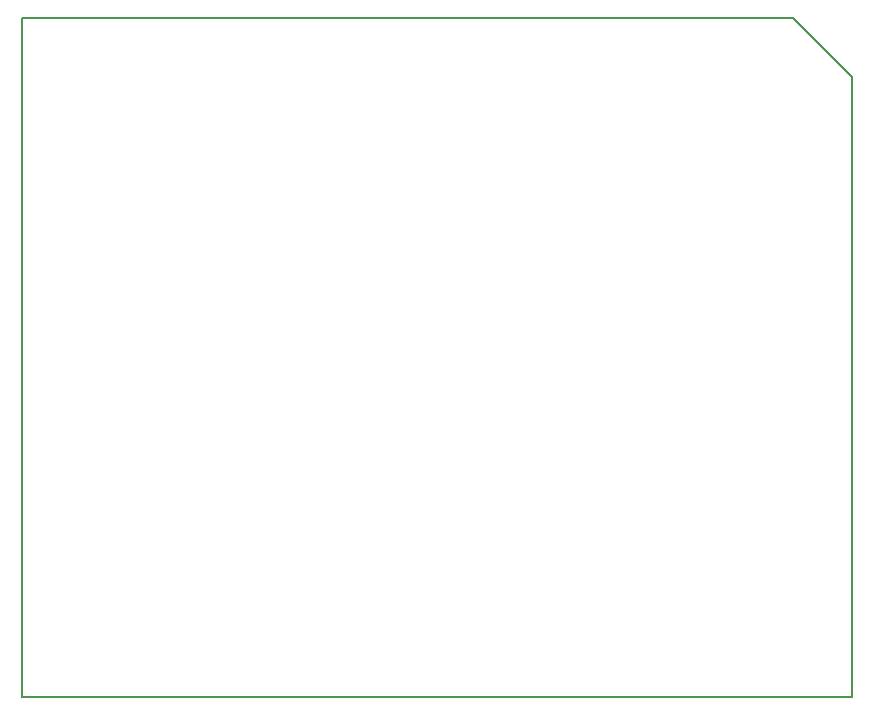
<source format=gbr>
G04 #@! TF.FileFunction,Profile,NP*
%FSLAX46Y46*%
G04 Gerber Fmt 4.6, Leading zero omitted, Abs format (unit mm)*
G04 Created by KiCad (PCBNEW 4.0.4-stable) date 09/28/17 23:31:09*
%MOMM*%
%LPD*%
G01*
G04 APERTURE LIST*
%ADD10C,0.100000*%
%ADD11C,0.150000*%
G04 APERTURE END LIST*
D10*
D11*
X99556Y57600000D02*
X65400000Y57600000D01*
X70400000Y52600000D02*
X65400000Y57600000D01*
X100000Y100000D02*
X100000Y57600000D01*
X70400000Y100000D02*
X100000Y100000D01*
X70400000Y52600000D02*
X70400000Y100000D01*
M02*

</source>
